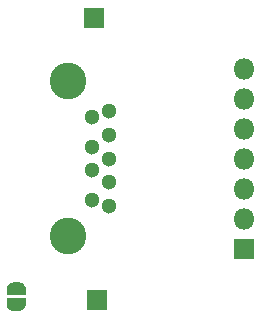
<source format=gbr>
%TF.GenerationSoftware,KiCad,Pcbnew,5.1.6+dfsg1-1*%
%TF.CreationDate,2021-09-27T21:48:19-05:00*%
%TF.ProjectId,USB-BREAKOUT,5553422d-4252-4454-914b-4f55542e6b69,rev?*%
%TF.SameCoordinates,Original*%
%TF.FileFunction,Soldermask,Top*%
%TF.FilePolarity,Negative*%
%FSLAX46Y46*%
G04 Gerber Fmt 4.6, Leading zero omitted, Abs format (unit mm)*
G04 Created by KiCad (PCBNEW 5.1.6+dfsg1-1) date 2021-09-27 21:48:19*
%MOMM*%
%LPD*%
G01*
G04 APERTURE LIST*
%ADD10C,3.100000*%
%ADD11C,1.300000*%
%ADD12R,1.800000X1.800000*%
%ADD13O,1.800000X1.800000*%
%ADD14C,0.100000*%
G04 APERTURE END LIST*
D10*
%TO.C,J1*%
X86416000Y-69816000D03*
X86416000Y-56676000D03*
D11*
X89916000Y-59246000D03*
X89916000Y-61246000D03*
X89916000Y-63246000D03*
X89916000Y-65246000D03*
X89916000Y-67246000D03*
X88416000Y-66746000D03*
X88416000Y-64246000D03*
X88416000Y-62246000D03*
X88416000Y-59746000D03*
%TD*%
D12*
%TO.C,J3*%
X88646000Y-51308000D03*
%TD*%
%TO.C,J4*%
X88900000Y-75184000D03*
%TD*%
D13*
%TO.C,J2*%
X101346000Y-55626000D03*
X101346000Y-58166000D03*
X101346000Y-60706000D03*
X101346000Y-63246000D03*
X101346000Y-65786000D03*
X101346000Y-68326000D03*
D12*
X101346000Y-70866000D03*
%TD*%
D14*
%TO.C,J5*%
G36*
X82841398Y-75586111D02*
G01*
X82841398Y-75604534D01*
X82841157Y-75609435D01*
X82836347Y-75658266D01*
X82835627Y-75663119D01*
X82826055Y-75711244D01*
X82824863Y-75716005D01*
X82810619Y-75762960D01*
X82808966Y-75767579D01*
X82790189Y-75812912D01*
X82788091Y-75817349D01*
X82764960Y-75860622D01*
X82762438Y-75864829D01*
X82735178Y-75905628D01*
X82732254Y-75909570D01*
X82701126Y-75947499D01*
X82697831Y-75951134D01*
X82663134Y-75985831D01*
X82659499Y-75989126D01*
X82621570Y-76020254D01*
X82617628Y-76023178D01*
X82576829Y-76050438D01*
X82572622Y-76052960D01*
X82529349Y-76076091D01*
X82524912Y-76078189D01*
X82479579Y-76096966D01*
X82474960Y-76098619D01*
X82428005Y-76112863D01*
X82423244Y-76114055D01*
X82375119Y-76123627D01*
X82370266Y-76124347D01*
X82321435Y-76129157D01*
X82316534Y-76129398D01*
X82298111Y-76129398D01*
X82292000Y-76130000D01*
X81792000Y-76130000D01*
X81785889Y-76129398D01*
X81767466Y-76129398D01*
X81762565Y-76129157D01*
X81713734Y-76124347D01*
X81708881Y-76123627D01*
X81660756Y-76114055D01*
X81655995Y-76112863D01*
X81609040Y-76098619D01*
X81604421Y-76096966D01*
X81559088Y-76078189D01*
X81554651Y-76076091D01*
X81511378Y-76052960D01*
X81507171Y-76050438D01*
X81466372Y-76023178D01*
X81462430Y-76020254D01*
X81424501Y-75989126D01*
X81420866Y-75985831D01*
X81386169Y-75951134D01*
X81382874Y-75947499D01*
X81351746Y-75909570D01*
X81348822Y-75905628D01*
X81321562Y-75864829D01*
X81319040Y-75860622D01*
X81295909Y-75817349D01*
X81293811Y-75812912D01*
X81275034Y-75767579D01*
X81273381Y-75762960D01*
X81259137Y-75716005D01*
X81257945Y-75711244D01*
X81248373Y-75663119D01*
X81247653Y-75658266D01*
X81242843Y-75609435D01*
X81242602Y-75604534D01*
X81242602Y-75586111D01*
X81242000Y-75580000D01*
X81242000Y-75080000D01*
X81242961Y-75070245D01*
X81245806Y-75060866D01*
X81250427Y-75052221D01*
X81256645Y-75044645D01*
X81264221Y-75038427D01*
X81272866Y-75033806D01*
X81282245Y-75030961D01*
X81292000Y-75030000D01*
X82792000Y-75030000D01*
X82801755Y-75030961D01*
X82811134Y-75033806D01*
X82819779Y-75038427D01*
X82827355Y-75044645D01*
X82833573Y-75052221D01*
X82838194Y-75060866D01*
X82841039Y-75070245D01*
X82842000Y-75080000D01*
X82842000Y-75580000D01*
X82841398Y-75586111D01*
G37*
G36*
X82841039Y-74789755D02*
G01*
X82838194Y-74799134D01*
X82833573Y-74807779D01*
X82827355Y-74815355D01*
X82819779Y-74821573D01*
X82811134Y-74826194D01*
X82801755Y-74829039D01*
X82792000Y-74830000D01*
X81292000Y-74830000D01*
X81282245Y-74829039D01*
X81272866Y-74826194D01*
X81264221Y-74821573D01*
X81256645Y-74815355D01*
X81250427Y-74807779D01*
X81245806Y-74799134D01*
X81242961Y-74789755D01*
X81242000Y-74780000D01*
X81242000Y-74280000D01*
X81242602Y-74273889D01*
X81242602Y-74255466D01*
X81242843Y-74250565D01*
X81247653Y-74201734D01*
X81248373Y-74196881D01*
X81257945Y-74148756D01*
X81259137Y-74143995D01*
X81273381Y-74097040D01*
X81275034Y-74092421D01*
X81293811Y-74047088D01*
X81295909Y-74042651D01*
X81319040Y-73999378D01*
X81321562Y-73995171D01*
X81348822Y-73954372D01*
X81351746Y-73950430D01*
X81382874Y-73912501D01*
X81386169Y-73908866D01*
X81420866Y-73874169D01*
X81424501Y-73870874D01*
X81462430Y-73839746D01*
X81466372Y-73836822D01*
X81507171Y-73809562D01*
X81511378Y-73807040D01*
X81554651Y-73783909D01*
X81559088Y-73781811D01*
X81604421Y-73763034D01*
X81609040Y-73761381D01*
X81655995Y-73747137D01*
X81660756Y-73745945D01*
X81708881Y-73736373D01*
X81713734Y-73735653D01*
X81762565Y-73730843D01*
X81767466Y-73730602D01*
X81785889Y-73730602D01*
X81792000Y-73730000D01*
X82292000Y-73730000D01*
X82298111Y-73730602D01*
X82316534Y-73730602D01*
X82321435Y-73730843D01*
X82370266Y-73735653D01*
X82375119Y-73736373D01*
X82423244Y-73745945D01*
X82428005Y-73747137D01*
X82474960Y-73761381D01*
X82479579Y-73763034D01*
X82524912Y-73781811D01*
X82529349Y-73783909D01*
X82572622Y-73807040D01*
X82576829Y-73809562D01*
X82617628Y-73836822D01*
X82621570Y-73839746D01*
X82659499Y-73870874D01*
X82663134Y-73874169D01*
X82697831Y-73908866D01*
X82701126Y-73912501D01*
X82732254Y-73950430D01*
X82735178Y-73954372D01*
X82762438Y-73995171D01*
X82764960Y-73999378D01*
X82788091Y-74042651D01*
X82790189Y-74047088D01*
X82808966Y-74092421D01*
X82810619Y-74097040D01*
X82824863Y-74143995D01*
X82826055Y-74148756D01*
X82835627Y-74196881D01*
X82836347Y-74201734D01*
X82841157Y-74250565D01*
X82841398Y-74255466D01*
X82841398Y-74273889D01*
X82842000Y-74280000D01*
X82842000Y-74780000D01*
X82841039Y-74789755D01*
G37*
%TD*%
M02*

</source>
